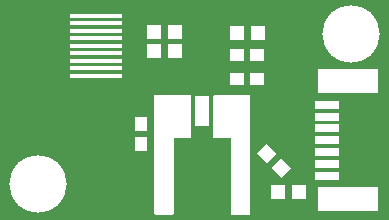
<source format=gbr>
G04 EAGLE Gerber RS-274X export*
G75*
%MOMM*%
%FSLAX34Y34*%
%LPD*%
%INSoldermask Top*%
%IPNEG*%
%AMOC8*
5,1,8,0,0,1.08239X$1,22.5*%
G01*
%ADD10R,4.419600X0.431800*%
%ADD11R,1.151600X1.181600*%
%ADD12R,2.101600X0.701600*%
%ADD13R,5.101600X2.101600*%
%ADD14R,1.101600X1.201600*%
%ADD15R,1.201600X1.101600*%
%ADD16R,1.201600X2.601600*%
%ADD17C,0.851600*%
%ADD18R,1.101600X1.101600*%
%ADD19C,4.851600*%

G36*
X204290Y-623D02*
X204290Y-623D01*
X204356Y-621D01*
X204399Y-603D01*
X204446Y-595D01*
X204503Y-561D01*
X204563Y-536D01*
X204598Y-505D01*
X204639Y-480D01*
X204681Y-429D01*
X204729Y-385D01*
X204751Y-343D01*
X204780Y-306D01*
X204801Y-244D01*
X204832Y-185D01*
X204840Y-131D01*
X204852Y-94D01*
X204851Y-54D01*
X204859Y0D01*
X204859Y100000D01*
X204848Y100065D01*
X204846Y100131D01*
X204828Y100174D01*
X204820Y100221D01*
X204786Y100278D01*
X204761Y100338D01*
X204730Y100373D01*
X204705Y100414D01*
X204654Y100456D01*
X204610Y100504D01*
X204568Y100526D01*
X204531Y100555D01*
X204469Y100576D01*
X204410Y100607D01*
X204356Y100615D01*
X204319Y100627D01*
X204279Y100626D01*
X204225Y100634D01*
X174225Y100634D01*
X174160Y100623D01*
X174094Y100621D01*
X174051Y100603D01*
X174004Y100595D01*
X173947Y100561D01*
X173887Y100536D01*
X173852Y100505D01*
X173811Y100480D01*
X173770Y100429D01*
X173721Y100385D01*
X173699Y100343D01*
X173670Y100306D01*
X173649Y100244D01*
X173618Y100185D01*
X173610Y100131D01*
X173598Y100094D01*
X173599Y100054D01*
X173591Y100000D01*
X173591Y65000D01*
X173602Y64935D01*
X173604Y64869D01*
X173622Y64826D01*
X173630Y64779D01*
X173664Y64722D01*
X173689Y64662D01*
X173720Y64627D01*
X173745Y64586D01*
X173796Y64545D01*
X173840Y64496D01*
X173882Y64474D01*
X173919Y64445D01*
X173981Y64424D01*
X174040Y64393D01*
X174094Y64385D01*
X174131Y64373D01*
X174171Y64374D01*
X174225Y64366D01*
X188591Y64366D01*
X188591Y0D01*
X188602Y-65D01*
X188604Y-131D01*
X188622Y-174D01*
X188630Y-221D01*
X188664Y-278D01*
X188689Y-338D01*
X188720Y-373D01*
X188745Y-414D01*
X188796Y-456D01*
X188840Y-504D01*
X188882Y-526D01*
X188919Y-555D01*
X188981Y-576D01*
X189040Y-607D01*
X189094Y-615D01*
X189131Y-627D01*
X189171Y-626D01*
X189225Y-634D01*
X204225Y-634D01*
X204290Y-623D01*
G37*
G36*
X139290Y-623D02*
X139290Y-623D01*
X139356Y-621D01*
X139399Y-603D01*
X139446Y-595D01*
X139503Y-561D01*
X139563Y-536D01*
X139598Y-505D01*
X139639Y-480D01*
X139681Y-429D01*
X139729Y-385D01*
X139751Y-343D01*
X139780Y-306D01*
X139801Y-244D01*
X139832Y-185D01*
X139840Y-131D01*
X139852Y-94D01*
X139851Y-54D01*
X139859Y0D01*
X139859Y64366D01*
X154225Y64366D01*
X154290Y64377D01*
X154356Y64379D01*
X154399Y64397D01*
X154446Y64405D01*
X154503Y64439D01*
X154563Y64464D01*
X154598Y64495D01*
X154639Y64520D01*
X154681Y64571D01*
X154729Y64615D01*
X154751Y64657D01*
X154780Y64694D01*
X154801Y64756D01*
X154832Y64815D01*
X154840Y64869D01*
X154852Y64906D01*
X154851Y64946D01*
X154859Y65000D01*
X154859Y100000D01*
X154848Y100065D01*
X154846Y100131D01*
X154828Y100174D01*
X154820Y100221D01*
X154786Y100278D01*
X154761Y100338D01*
X154730Y100373D01*
X154705Y100414D01*
X154654Y100456D01*
X154610Y100504D01*
X154568Y100526D01*
X154531Y100555D01*
X154469Y100576D01*
X154410Y100607D01*
X154356Y100615D01*
X154319Y100627D01*
X154279Y100626D01*
X154225Y100634D01*
X124225Y100634D01*
X124160Y100623D01*
X124094Y100621D01*
X124051Y100603D01*
X124004Y100595D01*
X123947Y100561D01*
X123887Y100536D01*
X123852Y100505D01*
X123811Y100480D01*
X123770Y100429D01*
X123721Y100385D01*
X123699Y100343D01*
X123670Y100306D01*
X123649Y100244D01*
X123618Y100185D01*
X123610Y100131D01*
X123598Y100094D01*
X123599Y100054D01*
X123591Y100000D01*
X123591Y0D01*
X123602Y-65D01*
X123604Y-131D01*
X123622Y-174D01*
X123630Y-221D01*
X123664Y-278D01*
X123689Y-338D01*
X123720Y-373D01*
X123745Y-414D01*
X123796Y-456D01*
X123840Y-504D01*
X123882Y-526D01*
X123919Y-555D01*
X123981Y-576D01*
X124040Y-607D01*
X124094Y-615D01*
X124131Y-627D01*
X124171Y-626D01*
X124225Y-634D01*
X139225Y-634D01*
X139290Y-623D01*
G37*
D10*
X74460Y142500D03*
X74460Y136150D03*
X74460Y148850D03*
X74460Y129800D03*
X74460Y155200D03*
X74460Y161550D03*
X74460Y123450D03*
X74460Y117100D03*
X74460Y167900D03*
D11*
X140750Y138113D03*
X123250Y138113D03*
D12*
X270000Y32500D03*
X270000Y42500D03*
X270000Y52500D03*
X270000Y62500D03*
X270000Y72500D03*
D13*
X287500Y112500D03*
X287500Y12500D03*
D12*
X270000Y82500D03*
X270000Y92500D03*
D14*
X112500Y59000D03*
X112500Y76000D03*
D15*
G36*
X230657Y47133D02*
X239153Y38637D01*
X231363Y30847D01*
X222867Y39343D01*
X230657Y47133D01*
G37*
G36*
X218637Y59153D02*
X227133Y50657D01*
X219343Y42867D01*
X210847Y51363D01*
X218637Y59153D01*
G37*
D11*
X210925Y153325D03*
X193425Y153325D03*
D15*
X210825Y134500D03*
X193825Y134500D03*
X210825Y114300D03*
X193825Y114300D03*
D11*
X140750Y153988D03*
X123250Y153988D03*
X246125Y18400D03*
X228625Y18400D03*
D16*
X164225Y87000D03*
D17*
X131725Y27500D03*
X131725Y47500D03*
X131725Y67500D03*
X131725Y87500D03*
X196725Y27500D03*
X196725Y47500D03*
X196725Y67500D03*
X196725Y87500D03*
D18*
X149225Y95000D03*
X179225Y95000D03*
D19*
X25000Y25000D03*
X290000Y152500D03*
M02*

</source>
